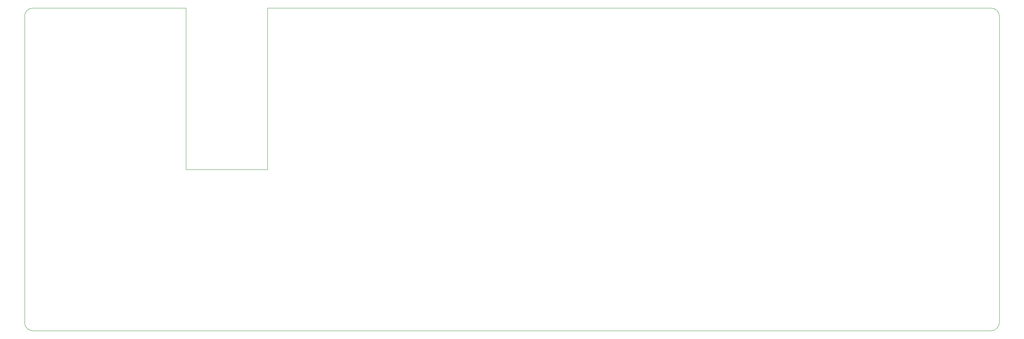
<source format=gbr>
G04 #@! TF.GenerationSoftware,KiCad,Pcbnew,(5.1.2-1)-1*
G04 #@! TF.CreationDate,2020-05-18T20:01:50-05:00*
G04 #@! TF.ProjectId,therick_bottom_plate,74686572-6963-46b5-9f62-6f74746f6d5f,rev?*
G04 #@! TF.SameCoordinates,Original*
G04 #@! TF.FileFunction,Profile,NP*
%FSLAX46Y46*%
G04 Gerber Fmt 4.6, Leading zero omitted, Abs format (unit mm)*
G04 Created by KiCad (PCBNEW (5.1.2-1)-1) date 2020-05-18 20:01:50*
%MOMM*%
%LPD*%
G04 APERTURE LIST*
%ADD10C,0.050000*%
G04 APERTURE END LIST*
D10*
X84137500Y-35321875D02*
X48418750Y-35294875D01*
X84137500Y-73025000D02*
X84137500Y-35321875D01*
X103187500Y-73025000D02*
X84137500Y-73025000D01*
X103187500Y-35294875D02*
X103187500Y-73025000D01*
X103187500Y-35294875D02*
X272256250Y-35294875D01*
X272256250Y-35294875D02*
G75*
G02X274240625Y-37279250I0J-1984375D01*
G01*
X274240625Y-108770750D02*
G75*
G02X272256250Y-110755125I-1984375J0D01*
G01*
X48418750Y-110755125D02*
G75*
G02X46434375Y-108770750I0J1984375D01*
G01*
X46434375Y-37279250D02*
G75*
G02X48418750Y-35294875I1984375J0D01*
G01*
X274240625Y-108770750D02*
X274240625Y-37279250D01*
X48418750Y-110755125D02*
X272256250Y-110755125D01*
X46434375Y-37279250D02*
X46434375Y-108770750D01*
M02*

</source>
